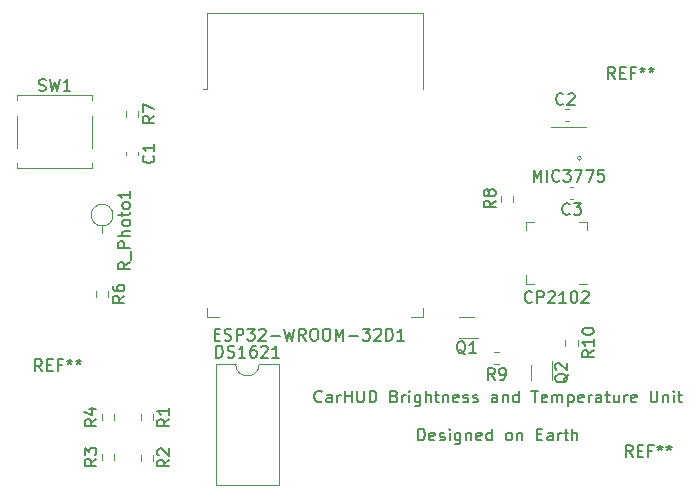
<source format=gbr>
%TF.GenerationSoftware,KiCad,Pcbnew,6.0.5-a6ca702e91~116~ubuntu20.04.1*%
%TF.CreationDate,2022-05-10T14:58:35-05:00*%
%TF.ProjectId,CarHUD,43617248-5544-42e6-9b69-6361645f7063,rev?*%
%TF.SameCoordinates,Original*%
%TF.FileFunction,Legend,Top*%
%TF.FilePolarity,Positive*%
%FSLAX46Y46*%
G04 Gerber Fmt 4.6, Leading zero omitted, Abs format (unit mm)*
G04 Created by KiCad (PCBNEW 6.0.5-a6ca702e91~116~ubuntu20.04.1) date 2022-05-10 14:58:35*
%MOMM*%
%LPD*%
G01*
G04 APERTURE LIST*
%ADD10C,0.150000*%
%ADD11C,0.120000*%
G04 APERTURE END LIST*
D10*
X98095238Y-78747142D02*
X98047619Y-78794761D01*
X97904761Y-78842380D01*
X97809523Y-78842380D01*
X97666666Y-78794761D01*
X97571428Y-78699523D01*
X97523809Y-78604285D01*
X97476190Y-78413809D01*
X97476190Y-78270952D01*
X97523809Y-78080476D01*
X97571428Y-77985238D01*
X97666666Y-77890000D01*
X97809523Y-77842380D01*
X97904761Y-77842380D01*
X98047619Y-77890000D01*
X98095238Y-77937619D01*
X98952380Y-78842380D02*
X98952380Y-78318571D01*
X98904761Y-78223333D01*
X98809523Y-78175714D01*
X98619047Y-78175714D01*
X98523809Y-78223333D01*
X98952380Y-78794761D02*
X98857142Y-78842380D01*
X98619047Y-78842380D01*
X98523809Y-78794761D01*
X98476190Y-78699523D01*
X98476190Y-78604285D01*
X98523809Y-78509047D01*
X98619047Y-78461428D01*
X98857142Y-78461428D01*
X98952380Y-78413809D01*
X99428571Y-78842380D02*
X99428571Y-78175714D01*
X99428571Y-78366190D02*
X99476190Y-78270952D01*
X99523809Y-78223333D01*
X99619047Y-78175714D01*
X99714285Y-78175714D01*
X100047619Y-78842380D02*
X100047619Y-77842380D01*
X100047619Y-78318571D02*
X100619047Y-78318571D01*
X100619047Y-78842380D02*
X100619047Y-77842380D01*
X101095238Y-77842380D02*
X101095238Y-78651904D01*
X101142857Y-78747142D01*
X101190476Y-78794761D01*
X101285714Y-78842380D01*
X101476190Y-78842380D01*
X101571428Y-78794761D01*
X101619047Y-78747142D01*
X101666666Y-78651904D01*
X101666666Y-77842380D01*
X102142857Y-78842380D02*
X102142857Y-77842380D01*
X102380952Y-77842380D01*
X102523809Y-77890000D01*
X102619047Y-77985238D01*
X102666666Y-78080476D01*
X102714285Y-78270952D01*
X102714285Y-78413809D01*
X102666666Y-78604285D01*
X102619047Y-78699523D01*
X102523809Y-78794761D01*
X102380952Y-78842380D01*
X102142857Y-78842380D01*
X104238095Y-78318571D02*
X104380952Y-78366190D01*
X104428571Y-78413809D01*
X104476190Y-78509047D01*
X104476190Y-78651904D01*
X104428571Y-78747142D01*
X104380952Y-78794761D01*
X104285714Y-78842380D01*
X103904761Y-78842380D01*
X103904761Y-77842380D01*
X104238095Y-77842380D01*
X104333333Y-77890000D01*
X104380952Y-77937619D01*
X104428571Y-78032857D01*
X104428571Y-78128095D01*
X104380952Y-78223333D01*
X104333333Y-78270952D01*
X104238095Y-78318571D01*
X103904761Y-78318571D01*
X104904761Y-78842380D02*
X104904761Y-78175714D01*
X104904761Y-78366190D02*
X104952380Y-78270952D01*
X105000000Y-78223333D01*
X105095238Y-78175714D01*
X105190476Y-78175714D01*
X105523809Y-78842380D02*
X105523809Y-78175714D01*
X105523809Y-77842380D02*
X105476190Y-77890000D01*
X105523809Y-77937619D01*
X105571428Y-77890000D01*
X105523809Y-77842380D01*
X105523809Y-77937619D01*
X106428571Y-78175714D02*
X106428571Y-78985238D01*
X106380952Y-79080476D01*
X106333333Y-79128095D01*
X106238095Y-79175714D01*
X106095238Y-79175714D01*
X106000000Y-79128095D01*
X106428571Y-78794761D02*
X106333333Y-78842380D01*
X106142857Y-78842380D01*
X106047619Y-78794761D01*
X106000000Y-78747142D01*
X105952380Y-78651904D01*
X105952380Y-78366190D01*
X106000000Y-78270952D01*
X106047619Y-78223333D01*
X106142857Y-78175714D01*
X106333333Y-78175714D01*
X106428571Y-78223333D01*
X106904761Y-78842380D02*
X106904761Y-77842380D01*
X107333333Y-78842380D02*
X107333333Y-78318571D01*
X107285714Y-78223333D01*
X107190476Y-78175714D01*
X107047619Y-78175714D01*
X106952380Y-78223333D01*
X106904761Y-78270952D01*
X107666666Y-78175714D02*
X108047619Y-78175714D01*
X107809523Y-77842380D02*
X107809523Y-78699523D01*
X107857142Y-78794761D01*
X107952380Y-78842380D01*
X108047619Y-78842380D01*
X108380952Y-78175714D02*
X108380952Y-78842380D01*
X108380952Y-78270952D02*
X108428571Y-78223333D01*
X108523809Y-78175714D01*
X108666666Y-78175714D01*
X108761904Y-78223333D01*
X108809523Y-78318571D01*
X108809523Y-78842380D01*
X109666666Y-78794761D02*
X109571428Y-78842380D01*
X109380952Y-78842380D01*
X109285714Y-78794761D01*
X109238095Y-78699523D01*
X109238095Y-78318571D01*
X109285714Y-78223333D01*
X109380952Y-78175714D01*
X109571428Y-78175714D01*
X109666666Y-78223333D01*
X109714285Y-78318571D01*
X109714285Y-78413809D01*
X109238095Y-78509047D01*
X110095238Y-78794761D02*
X110190476Y-78842380D01*
X110380952Y-78842380D01*
X110476190Y-78794761D01*
X110523809Y-78699523D01*
X110523809Y-78651904D01*
X110476190Y-78556666D01*
X110380952Y-78509047D01*
X110238095Y-78509047D01*
X110142857Y-78461428D01*
X110095238Y-78366190D01*
X110095238Y-78318571D01*
X110142857Y-78223333D01*
X110238095Y-78175714D01*
X110380952Y-78175714D01*
X110476190Y-78223333D01*
X110904761Y-78794761D02*
X111000000Y-78842380D01*
X111190476Y-78842380D01*
X111285714Y-78794761D01*
X111333333Y-78699523D01*
X111333333Y-78651904D01*
X111285714Y-78556666D01*
X111190476Y-78509047D01*
X111047619Y-78509047D01*
X110952380Y-78461428D01*
X110904761Y-78366190D01*
X110904761Y-78318571D01*
X110952380Y-78223333D01*
X111047619Y-78175714D01*
X111190476Y-78175714D01*
X111285714Y-78223333D01*
X112952380Y-78842380D02*
X112952380Y-78318571D01*
X112904761Y-78223333D01*
X112809523Y-78175714D01*
X112619047Y-78175714D01*
X112523809Y-78223333D01*
X112952380Y-78794761D02*
X112857142Y-78842380D01*
X112619047Y-78842380D01*
X112523809Y-78794761D01*
X112476190Y-78699523D01*
X112476190Y-78604285D01*
X112523809Y-78509047D01*
X112619047Y-78461428D01*
X112857142Y-78461428D01*
X112952380Y-78413809D01*
X113428571Y-78175714D02*
X113428571Y-78842380D01*
X113428571Y-78270952D02*
X113476190Y-78223333D01*
X113571428Y-78175714D01*
X113714285Y-78175714D01*
X113809523Y-78223333D01*
X113857142Y-78318571D01*
X113857142Y-78842380D01*
X114761904Y-78842380D02*
X114761904Y-77842380D01*
X114761904Y-78794761D02*
X114666666Y-78842380D01*
X114476190Y-78842380D01*
X114380952Y-78794761D01*
X114333333Y-78747142D01*
X114285714Y-78651904D01*
X114285714Y-78366190D01*
X114333333Y-78270952D01*
X114380952Y-78223333D01*
X114476190Y-78175714D01*
X114666666Y-78175714D01*
X114761904Y-78223333D01*
X115857142Y-77842380D02*
X116428571Y-77842380D01*
X116142857Y-78842380D02*
X116142857Y-77842380D01*
X117142857Y-78794761D02*
X117047619Y-78842380D01*
X116857142Y-78842380D01*
X116761904Y-78794761D01*
X116714285Y-78699523D01*
X116714285Y-78318571D01*
X116761904Y-78223333D01*
X116857142Y-78175714D01*
X117047619Y-78175714D01*
X117142857Y-78223333D01*
X117190476Y-78318571D01*
X117190476Y-78413809D01*
X116714285Y-78509047D01*
X117619047Y-78842380D02*
X117619047Y-78175714D01*
X117619047Y-78270952D02*
X117666666Y-78223333D01*
X117761904Y-78175714D01*
X117904761Y-78175714D01*
X118000000Y-78223333D01*
X118047619Y-78318571D01*
X118047619Y-78842380D01*
X118047619Y-78318571D02*
X118095238Y-78223333D01*
X118190476Y-78175714D01*
X118333333Y-78175714D01*
X118428571Y-78223333D01*
X118476190Y-78318571D01*
X118476190Y-78842380D01*
X118952380Y-78175714D02*
X118952380Y-79175714D01*
X118952380Y-78223333D02*
X119047619Y-78175714D01*
X119238095Y-78175714D01*
X119333333Y-78223333D01*
X119380952Y-78270952D01*
X119428571Y-78366190D01*
X119428571Y-78651904D01*
X119380952Y-78747142D01*
X119333333Y-78794761D01*
X119238095Y-78842380D01*
X119047619Y-78842380D01*
X118952380Y-78794761D01*
X120238095Y-78794761D02*
X120142857Y-78842380D01*
X119952380Y-78842380D01*
X119857142Y-78794761D01*
X119809523Y-78699523D01*
X119809523Y-78318571D01*
X119857142Y-78223333D01*
X119952380Y-78175714D01*
X120142857Y-78175714D01*
X120238095Y-78223333D01*
X120285714Y-78318571D01*
X120285714Y-78413809D01*
X119809523Y-78509047D01*
X120714285Y-78842380D02*
X120714285Y-78175714D01*
X120714285Y-78366190D02*
X120761904Y-78270952D01*
X120809523Y-78223333D01*
X120904761Y-78175714D01*
X120999999Y-78175714D01*
X121761904Y-78842380D02*
X121761904Y-78318571D01*
X121714285Y-78223333D01*
X121619047Y-78175714D01*
X121428571Y-78175714D01*
X121333333Y-78223333D01*
X121761904Y-78794761D02*
X121666666Y-78842380D01*
X121428571Y-78842380D01*
X121333333Y-78794761D01*
X121285714Y-78699523D01*
X121285714Y-78604285D01*
X121333333Y-78509047D01*
X121428571Y-78461428D01*
X121666666Y-78461428D01*
X121761904Y-78413809D01*
X122095238Y-78175714D02*
X122476190Y-78175714D01*
X122238095Y-77842380D02*
X122238095Y-78699523D01*
X122285714Y-78794761D01*
X122380952Y-78842380D01*
X122476190Y-78842380D01*
X123238095Y-78175714D02*
X123238095Y-78842380D01*
X122809523Y-78175714D02*
X122809523Y-78699523D01*
X122857142Y-78794761D01*
X122952380Y-78842380D01*
X123095238Y-78842380D01*
X123190476Y-78794761D01*
X123238095Y-78747142D01*
X123714285Y-78842380D02*
X123714285Y-78175714D01*
X123714285Y-78366190D02*
X123761904Y-78270952D01*
X123809523Y-78223333D01*
X123904761Y-78175714D01*
X123999999Y-78175714D01*
X124714285Y-78794761D02*
X124619047Y-78842380D01*
X124428571Y-78842380D01*
X124333333Y-78794761D01*
X124285714Y-78699523D01*
X124285714Y-78318571D01*
X124333333Y-78223333D01*
X124428571Y-78175714D01*
X124619047Y-78175714D01*
X124714285Y-78223333D01*
X124761904Y-78318571D01*
X124761904Y-78413809D01*
X124285714Y-78509047D01*
X125952380Y-77842380D02*
X125952380Y-78651904D01*
X125999999Y-78747142D01*
X126047619Y-78794761D01*
X126142857Y-78842380D01*
X126333333Y-78842380D01*
X126428571Y-78794761D01*
X126476190Y-78747142D01*
X126523809Y-78651904D01*
X126523809Y-77842380D01*
X126999999Y-78175714D02*
X126999999Y-78842380D01*
X126999999Y-78270952D02*
X127047619Y-78223333D01*
X127142857Y-78175714D01*
X127285714Y-78175714D01*
X127380952Y-78223333D01*
X127428571Y-78318571D01*
X127428571Y-78842380D01*
X127904761Y-78842380D02*
X127904761Y-78175714D01*
X127904761Y-77842380D02*
X127857142Y-77890000D01*
X127904761Y-77937619D01*
X127952380Y-77890000D01*
X127904761Y-77842380D01*
X127904761Y-77937619D01*
X128238095Y-78175714D02*
X128619047Y-78175714D01*
X128380952Y-77842380D02*
X128380952Y-78699523D01*
X128428571Y-78794761D01*
X128523809Y-78842380D01*
X128619047Y-78842380D01*
X106261904Y-82062380D02*
X106261904Y-81062380D01*
X106500000Y-81062380D01*
X106642857Y-81110000D01*
X106738095Y-81205238D01*
X106785714Y-81300476D01*
X106833333Y-81490952D01*
X106833333Y-81633809D01*
X106785714Y-81824285D01*
X106738095Y-81919523D01*
X106642857Y-82014761D01*
X106500000Y-82062380D01*
X106261904Y-82062380D01*
X107642857Y-82014761D02*
X107547619Y-82062380D01*
X107357142Y-82062380D01*
X107261904Y-82014761D01*
X107214285Y-81919523D01*
X107214285Y-81538571D01*
X107261904Y-81443333D01*
X107357142Y-81395714D01*
X107547619Y-81395714D01*
X107642857Y-81443333D01*
X107690476Y-81538571D01*
X107690476Y-81633809D01*
X107214285Y-81729047D01*
X108071428Y-82014761D02*
X108166666Y-82062380D01*
X108357142Y-82062380D01*
X108452380Y-82014761D01*
X108500000Y-81919523D01*
X108500000Y-81871904D01*
X108452380Y-81776666D01*
X108357142Y-81729047D01*
X108214285Y-81729047D01*
X108119047Y-81681428D01*
X108071428Y-81586190D01*
X108071428Y-81538571D01*
X108119047Y-81443333D01*
X108214285Y-81395714D01*
X108357142Y-81395714D01*
X108452380Y-81443333D01*
X108928571Y-82062380D02*
X108928571Y-81395714D01*
X108928571Y-81062380D02*
X108880952Y-81110000D01*
X108928571Y-81157619D01*
X108976190Y-81110000D01*
X108928571Y-81062380D01*
X108928571Y-81157619D01*
X109833333Y-81395714D02*
X109833333Y-82205238D01*
X109785714Y-82300476D01*
X109738095Y-82348095D01*
X109642857Y-82395714D01*
X109500000Y-82395714D01*
X109404761Y-82348095D01*
X109833333Y-82014761D02*
X109738095Y-82062380D01*
X109547619Y-82062380D01*
X109452380Y-82014761D01*
X109404761Y-81967142D01*
X109357142Y-81871904D01*
X109357142Y-81586190D01*
X109404761Y-81490952D01*
X109452380Y-81443333D01*
X109547619Y-81395714D01*
X109738095Y-81395714D01*
X109833333Y-81443333D01*
X110309523Y-81395714D02*
X110309523Y-82062380D01*
X110309523Y-81490952D02*
X110357142Y-81443333D01*
X110452380Y-81395714D01*
X110595238Y-81395714D01*
X110690476Y-81443333D01*
X110738095Y-81538571D01*
X110738095Y-82062380D01*
X111595238Y-82014761D02*
X111500000Y-82062380D01*
X111309523Y-82062380D01*
X111214285Y-82014761D01*
X111166666Y-81919523D01*
X111166666Y-81538571D01*
X111214285Y-81443333D01*
X111309523Y-81395714D01*
X111500000Y-81395714D01*
X111595238Y-81443333D01*
X111642857Y-81538571D01*
X111642857Y-81633809D01*
X111166666Y-81729047D01*
X112500000Y-82062380D02*
X112500000Y-81062380D01*
X112500000Y-82014761D02*
X112404761Y-82062380D01*
X112214285Y-82062380D01*
X112119047Y-82014761D01*
X112071428Y-81967142D01*
X112023809Y-81871904D01*
X112023809Y-81586190D01*
X112071428Y-81490952D01*
X112119047Y-81443333D01*
X112214285Y-81395714D01*
X112404761Y-81395714D01*
X112500000Y-81443333D01*
X113880952Y-82062380D02*
X113785714Y-82014761D01*
X113738095Y-81967142D01*
X113690476Y-81871904D01*
X113690476Y-81586190D01*
X113738095Y-81490952D01*
X113785714Y-81443333D01*
X113880952Y-81395714D01*
X114023809Y-81395714D01*
X114119047Y-81443333D01*
X114166666Y-81490952D01*
X114214285Y-81586190D01*
X114214285Y-81871904D01*
X114166666Y-81967142D01*
X114119047Y-82014761D01*
X114023809Y-82062380D01*
X113880952Y-82062380D01*
X114642857Y-81395714D02*
X114642857Y-82062380D01*
X114642857Y-81490952D02*
X114690476Y-81443333D01*
X114785714Y-81395714D01*
X114928571Y-81395714D01*
X115023809Y-81443333D01*
X115071428Y-81538571D01*
X115071428Y-82062380D01*
X116309523Y-81538571D02*
X116642857Y-81538571D01*
X116785714Y-82062380D02*
X116309523Y-82062380D01*
X116309523Y-81062380D01*
X116785714Y-81062380D01*
X117642857Y-82062380D02*
X117642857Y-81538571D01*
X117595238Y-81443333D01*
X117500000Y-81395714D01*
X117309523Y-81395714D01*
X117214285Y-81443333D01*
X117642857Y-82014761D02*
X117547619Y-82062380D01*
X117309523Y-82062380D01*
X117214285Y-82014761D01*
X117166666Y-81919523D01*
X117166666Y-81824285D01*
X117214285Y-81729047D01*
X117309523Y-81681428D01*
X117547619Y-81681428D01*
X117642857Y-81633809D01*
X118119047Y-82062380D02*
X118119047Y-81395714D01*
X118119047Y-81586190D02*
X118166666Y-81490952D01*
X118214285Y-81443333D01*
X118309523Y-81395714D01*
X118404761Y-81395714D01*
X118595238Y-81395714D02*
X118976190Y-81395714D01*
X118738095Y-81062380D02*
X118738095Y-81919523D01*
X118785714Y-82014761D01*
X118880952Y-82062380D01*
X118976190Y-82062380D01*
X119309523Y-82062380D02*
X119309523Y-81062380D01*
X119738095Y-82062380D02*
X119738095Y-81538571D01*
X119690476Y-81443333D01*
X119595238Y-81395714D01*
X119452380Y-81395714D01*
X119357142Y-81443333D01*
X119309523Y-81490952D01*
%TO.C,REF\u002A\u002A*%
X124416666Y-83452380D02*
X124083333Y-82976190D01*
X123845238Y-83452380D02*
X123845238Y-82452380D01*
X124226190Y-82452380D01*
X124321428Y-82500000D01*
X124369047Y-82547619D01*
X124416666Y-82642857D01*
X124416666Y-82785714D01*
X124369047Y-82880952D01*
X124321428Y-82928571D01*
X124226190Y-82976190D01*
X123845238Y-82976190D01*
X124845238Y-82928571D02*
X125178571Y-82928571D01*
X125321428Y-83452380D02*
X124845238Y-83452380D01*
X124845238Y-82452380D01*
X125321428Y-82452380D01*
X126083333Y-82928571D02*
X125750000Y-82928571D01*
X125750000Y-83452380D02*
X125750000Y-82452380D01*
X126226190Y-82452380D01*
X126750000Y-82452380D02*
X126750000Y-82690476D01*
X126511904Y-82595238D02*
X126750000Y-82690476D01*
X126988095Y-82595238D01*
X126607142Y-82880952D02*
X126750000Y-82690476D01*
X126892857Y-82880952D01*
X127511904Y-82452380D02*
X127511904Y-82690476D01*
X127273809Y-82595238D02*
X127511904Y-82690476D01*
X127750000Y-82595238D01*
X127369047Y-82880952D02*
X127511904Y-82690476D01*
X127654761Y-82880952D01*
X74416666Y-76202380D02*
X74083333Y-75726190D01*
X73845238Y-76202380D02*
X73845238Y-75202380D01*
X74226190Y-75202380D01*
X74321428Y-75250000D01*
X74369047Y-75297619D01*
X74416666Y-75392857D01*
X74416666Y-75535714D01*
X74369047Y-75630952D01*
X74321428Y-75678571D01*
X74226190Y-75726190D01*
X73845238Y-75726190D01*
X74845238Y-75678571D02*
X75178571Y-75678571D01*
X75321428Y-76202380D02*
X74845238Y-76202380D01*
X74845238Y-75202380D01*
X75321428Y-75202380D01*
X76083333Y-75678571D02*
X75750000Y-75678571D01*
X75750000Y-76202380D02*
X75750000Y-75202380D01*
X76226190Y-75202380D01*
X76750000Y-75202380D02*
X76750000Y-75440476D01*
X76511904Y-75345238D02*
X76750000Y-75440476D01*
X76988095Y-75345238D01*
X76607142Y-75630952D02*
X76750000Y-75440476D01*
X76892857Y-75630952D01*
X77511904Y-75202380D02*
X77511904Y-75440476D01*
X77273809Y-75345238D02*
X77511904Y-75440476D01*
X77750000Y-75345238D01*
X77369047Y-75630952D02*
X77511904Y-75440476D01*
X77654761Y-75630952D01*
X122916666Y-51452380D02*
X122583333Y-50976190D01*
X122345238Y-51452380D02*
X122345238Y-50452380D01*
X122726190Y-50452380D01*
X122821428Y-50500000D01*
X122869047Y-50547619D01*
X122916666Y-50642857D01*
X122916666Y-50785714D01*
X122869047Y-50880952D01*
X122821428Y-50928571D01*
X122726190Y-50976190D01*
X122345238Y-50976190D01*
X123345238Y-50928571D02*
X123678571Y-50928571D01*
X123821428Y-51452380D02*
X123345238Y-51452380D01*
X123345238Y-50452380D01*
X123821428Y-50452380D01*
X124583333Y-50928571D02*
X124250000Y-50928571D01*
X124250000Y-51452380D02*
X124250000Y-50452380D01*
X124726190Y-50452380D01*
X125250000Y-50452380D02*
X125250000Y-50690476D01*
X125011904Y-50595238D02*
X125250000Y-50690476D01*
X125488095Y-50595238D01*
X125107142Y-50880952D02*
X125250000Y-50690476D01*
X125392857Y-50880952D01*
X126011904Y-50452380D02*
X126011904Y-50690476D01*
X125773809Y-50595238D02*
X126011904Y-50690476D01*
X126250000Y-50595238D01*
X125869047Y-50880952D02*
X126011904Y-50690476D01*
X126154761Y-50880952D01*
%TO.C,R2*%
X85183380Y-83690666D02*
X84707190Y-84024000D01*
X85183380Y-84262095D02*
X84183380Y-84262095D01*
X84183380Y-83881142D01*
X84231000Y-83785904D01*
X84278619Y-83738285D01*
X84373857Y-83690666D01*
X84516714Y-83690666D01*
X84611952Y-83738285D01*
X84659571Y-83785904D01*
X84707190Y-83881142D01*
X84707190Y-84262095D01*
X84278619Y-83309714D02*
X84231000Y-83262095D01*
X84183380Y-83166857D01*
X84183380Y-82928761D01*
X84231000Y-82833523D01*
X84278619Y-82785904D01*
X84373857Y-82738285D01*
X84469095Y-82738285D01*
X84611952Y-82785904D01*
X85183380Y-83357333D01*
X85183380Y-82738285D01*
%TO.C,Q2*%
X118960619Y-76422238D02*
X118913000Y-76517476D01*
X118817761Y-76612714D01*
X118674904Y-76755571D01*
X118627285Y-76850809D01*
X118627285Y-76946047D01*
X118865380Y-76898428D02*
X118817761Y-76993666D01*
X118722523Y-77088904D01*
X118532047Y-77136523D01*
X118198714Y-77136523D01*
X118008238Y-77088904D01*
X117913000Y-76993666D01*
X117865380Y-76898428D01*
X117865380Y-76707952D01*
X117913000Y-76612714D01*
X118008238Y-76517476D01*
X118198714Y-76469857D01*
X118532047Y-76469857D01*
X118722523Y-76517476D01*
X118817761Y-76612714D01*
X118865380Y-76707952D01*
X118865380Y-76898428D01*
X117960619Y-76088904D02*
X117913000Y-76041285D01*
X117865380Y-75946047D01*
X117865380Y-75707952D01*
X117913000Y-75612714D01*
X117960619Y-75565095D01*
X118055857Y-75517476D01*
X118151095Y-75517476D01*
X118293952Y-75565095D01*
X118865380Y-76136523D01*
X118865380Y-75517476D01*
%TO.C,R7*%
X83924380Y-54585666D02*
X83448190Y-54919000D01*
X83924380Y-55157095D02*
X82924380Y-55157095D01*
X82924380Y-54776142D01*
X82972000Y-54680904D01*
X83019619Y-54633285D01*
X83114857Y-54585666D01*
X83257714Y-54585666D01*
X83352952Y-54633285D01*
X83400571Y-54680904D01*
X83448190Y-54776142D01*
X83448190Y-55157095D01*
X82924380Y-54252333D02*
X82924380Y-53585666D01*
X83924380Y-54014238D01*
%TO.C,MIC3775*%
X116027809Y-60142380D02*
X116027809Y-59142380D01*
X116361142Y-59856666D01*
X116694476Y-59142380D01*
X116694476Y-60142380D01*
X117170666Y-60142380D02*
X117170666Y-59142380D01*
X118218285Y-60047142D02*
X118170666Y-60094761D01*
X118027809Y-60142380D01*
X117932571Y-60142380D01*
X117789714Y-60094761D01*
X117694476Y-59999523D01*
X117646857Y-59904285D01*
X117599238Y-59713809D01*
X117599238Y-59570952D01*
X117646857Y-59380476D01*
X117694476Y-59285238D01*
X117789714Y-59190000D01*
X117932571Y-59142380D01*
X118027809Y-59142380D01*
X118170666Y-59190000D01*
X118218285Y-59237619D01*
X118551619Y-59142380D02*
X119170666Y-59142380D01*
X118837333Y-59523333D01*
X118980190Y-59523333D01*
X119075428Y-59570952D01*
X119123047Y-59618571D01*
X119170666Y-59713809D01*
X119170666Y-59951904D01*
X119123047Y-60047142D01*
X119075428Y-60094761D01*
X118980190Y-60142380D01*
X118694476Y-60142380D01*
X118599238Y-60094761D01*
X118551619Y-60047142D01*
X119504000Y-59142380D02*
X120170666Y-59142380D01*
X119742095Y-60142380D01*
X120456380Y-59142380D02*
X121123047Y-59142380D01*
X120694476Y-60142380D01*
X121980190Y-59142380D02*
X121504000Y-59142380D01*
X121456380Y-59618571D01*
X121504000Y-59570952D01*
X121599238Y-59523333D01*
X121837333Y-59523333D01*
X121932571Y-59570952D01*
X121980190Y-59618571D01*
X122027809Y-59713809D01*
X122027809Y-59951904D01*
X121980190Y-60047142D01*
X121932571Y-60094761D01*
X121837333Y-60142380D01*
X121599238Y-60142380D01*
X121504000Y-60094761D01*
X121456380Y-60047142D01*
%TO.C,C3*%
X119086333Y-62857142D02*
X119038714Y-62904761D01*
X118895857Y-62952380D01*
X118800619Y-62952380D01*
X118657761Y-62904761D01*
X118562523Y-62809523D01*
X118514904Y-62714285D01*
X118467285Y-62523809D01*
X118467285Y-62380952D01*
X118514904Y-62190476D01*
X118562523Y-62095238D01*
X118657761Y-62000000D01*
X118800619Y-61952380D01*
X118895857Y-61952380D01*
X119038714Y-62000000D01*
X119086333Y-62047619D01*
X119419666Y-61952380D02*
X120038714Y-61952380D01*
X119705380Y-62333333D01*
X119848238Y-62333333D01*
X119943476Y-62380952D01*
X119991095Y-62428571D01*
X120038714Y-62523809D01*
X120038714Y-62761904D01*
X119991095Y-62857142D01*
X119943476Y-62904761D01*
X119848238Y-62952380D01*
X119562523Y-62952380D01*
X119467285Y-62904761D01*
X119419666Y-62857142D01*
%TO.C,R_Photo1*%
X81874380Y-66952476D02*
X81398190Y-67285809D01*
X81874380Y-67523904D02*
X80874380Y-67523904D01*
X80874380Y-67142952D01*
X80922000Y-67047714D01*
X80969619Y-67000095D01*
X81064857Y-66952476D01*
X81207714Y-66952476D01*
X81302952Y-67000095D01*
X81350571Y-67047714D01*
X81398190Y-67142952D01*
X81398190Y-67523904D01*
X81969619Y-66762000D02*
X81969619Y-66000095D01*
X81874380Y-65762000D02*
X80874380Y-65762000D01*
X80874380Y-65381047D01*
X80922000Y-65285809D01*
X80969619Y-65238190D01*
X81064857Y-65190571D01*
X81207714Y-65190571D01*
X81302952Y-65238190D01*
X81350571Y-65285809D01*
X81398190Y-65381047D01*
X81398190Y-65762000D01*
X81874380Y-64762000D02*
X80874380Y-64762000D01*
X81874380Y-64333428D02*
X81350571Y-64333428D01*
X81255333Y-64381047D01*
X81207714Y-64476285D01*
X81207714Y-64619142D01*
X81255333Y-64714380D01*
X81302952Y-64762000D01*
X81874380Y-63714380D02*
X81826761Y-63809619D01*
X81779142Y-63857238D01*
X81683904Y-63904857D01*
X81398190Y-63904857D01*
X81302952Y-63857238D01*
X81255333Y-63809619D01*
X81207714Y-63714380D01*
X81207714Y-63571523D01*
X81255333Y-63476285D01*
X81302952Y-63428666D01*
X81398190Y-63381047D01*
X81683904Y-63381047D01*
X81779142Y-63428666D01*
X81826761Y-63476285D01*
X81874380Y-63571523D01*
X81874380Y-63714380D01*
X81207714Y-63095333D02*
X81207714Y-62714380D01*
X80874380Y-62952476D02*
X81731523Y-62952476D01*
X81826761Y-62904857D01*
X81874380Y-62809619D01*
X81874380Y-62714380D01*
X81874380Y-62238190D02*
X81826761Y-62333428D01*
X81779142Y-62381047D01*
X81683904Y-62428666D01*
X81398190Y-62428666D01*
X81302952Y-62381047D01*
X81255333Y-62333428D01*
X81207714Y-62238190D01*
X81207714Y-62095333D01*
X81255333Y-62000095D01*
X81302952Y-61952476D01*
X81398190Y-61904857D01*
X81683904Y-61904857D01*
X81779142Y-61952476D01*
X81826761Y-62000095D01*
X81874380Y-62095333D01*
X81874380Y-62238190D01*
X81874380Y-60952476D02*
X81874380Y-61523904D01*
X81874380Y-61238190D02*
X80874380Y-61238190D01*
X81017238Y-61333428D01*
X81112476Y-61428666D01*
X81160095Y-61523904D01*
%TO.C,SW1*%
X74145666Y-52416761D02*
X74288523Y-52464380D01*
X74526619Y-52464380D01*
X74621857Y-52416761D01*
X74669476Y-52369142D01*
X74717095Y-52273904D01*
X74717095Y-52178666D01*
X74669476Y-52083428D01*
X74621857Y-52035809D01*
X74526619Y-51988190D01*
X74336142Y-51940571D01*
X74240904Y-51892952D01*
X74193285Y-51845333D01*
X74145666Y-51750095D01*
X74145666Y-51654857D01*
X74193285Y-51559619D01*
X74240904Y-51512000D01*
X74336142Y-51464380D01*
X74574238Y-51464380D01*
X74717095Y-51512000D01*
X75050428Y-51464380D02*
X75288523Y-52464380D01*
X75479000Y-51750095D01*
X75669476Y-52464380D01*
X75907571Y-51464380D01*
X76812333Y-52464380D02*
X76240904Y-52464380D01*
X76526619Y-52464380D02*
X76526619Y-51464380D01*
X76431380Y-51607238D01*
X76336142Y-51702476D01*
X76240904Y-51750095D01*
%TO.C,C2*%
X118564753Y-53570142D02*
X118517134Y-53617761D01*
X118374277Y-53665380D01*
X118279039Y-53665380D01*
X118136181Y-53617761D01*
X118040943Y-53522523D01*
X117993324Y-53427285D01*
X117945705Y-53236809D01*
X117945705Y-53093952D01*
X117993324Y-52903476D01*
X118040943Y-52808238D01*
X118136181Y-52713000D01*
X118279039Y-52665380D01*
X118374277Y-52665380D01*
X118517134Y-52713000D01*
X118564753Y-52760619D01*
X118945705Y-52760619D02*
X118993324Y-52713000D01*
X119088562Y-52665380D01*
X119326658Y-52665380D01*
X119421896Y-52713000D01*
X119469515Y-52760619D01*
X119517134Y-52855857D01*
X119517134Y-52951095D01*
X119469515Y-53093952D01*
X118898086Y-53665380D01*
X119517134Y-53665380D01*
%TO.C,C1*%
X83829142Y-57951666D02*
X83876761Y-57999285D01*
X83924380Y-58142142D01*
X83924380Y-58237380D01*
X83876761Y-58380238D01*
X83781523Y-58475476D01*
X83686285Y-58523095D01*
X83495809Y-58570714D01*
X83352952Y-58570714D01*
X83162476Y-58523095D01*
X83067238Y-58475476D01*
X82972000Y-58380238D01*
X82924380Y-58237380D01*
X82924380Y-58142142D01*
X82972000Y-57999285D01*
X83019619Y-57951666D01*
X83924380Y-56999285D02*
X83924380Y-57570714D01*
X83924380Y-57285000D02*
X82924380Y-57285000D01*
X83067238Y-57380238D01*
X83162476Y-57475476D01*
X83210095Y-57570714D01*
%TO.C,R8*%
X112814380Y-61761666D02*
X112338190Y-62095000D01*
X112814380Y-62333095D02*
X111814380Y-62333095D01*
X111814380Y-61952142D01*
X111862000Y-61856904D01*
X111909619Y-61809285D01*
X112004857Y-61761666D01*
X112147714Y-61761666D01*
X112242952Y-61809285D01*
X112290571Y-61856904D01*
X112338190Y-61952142D01*
X112338190Y-62333095D01*
X112242952Y-61190238D02*
X112195333Y-61285476D01*
X112147714Y-61333095D01*
X112052476Y-61380714D01*
X112004857Y-61380714D01*
X111909619Y-61333095D01*
X111862000Y-61285476D01*
X111814380Y-61190238D01*
X111814380Y-60999761D01*
X111862000Y-60904523D01*
X111909619Y-60856904D01*
X112004857Y-60809285D01*
X112052476Y-60809285D01*
X112147714Y-60856904D01*
X112195333Y-60904523D01*
X112242952Y-60999761D01*
X112242952Y-61190238D01*
X112290571Y-61285476D01*
X112338190Y-61333095D01*
X112433428Y-61380714D01*
X112623904Y-61380714D01*
X112719142Y-61333095D01*
X112766761Y-61285476D01*
X112814380Y-61190238D01*
X112814380Y-60999761D01*
X112766761Y-60904523D01*
X112719142Y-60856904D01*
X112623904Y-60809285D01*
X112433428Y-60809285D01*
X112338190Y-60856904D01*
X112290571Y-60904523D01*
X112242952Y-60999761D01*
%TO.C,R6*%
X81384380Y-69825666D02*
X80908190Y-70159000D01*
X81384380Y-70397095D02*
X80384380Y-70397095D01*
X80384380Y-70016142D01*
X80432000Y-69920904D01*
X80479619Y-69873285D01*
X80574857Y-69825666D01*
X80717714Y-69825666D01*
X80812952Y-69873285D01*
X80860571Y-69920904D01*
X80908190Y-70016142D01*
X80908190Y-70397095D01*
X80384380Y-68968523D02*
X80384380Y-69159000D01*
X80432000Y-69254238D01*
X80479619Y-69301857D01*
X80622476Y-69397095D01*
X80812952Y-69444714D01*
X81193904Y-69444714D01*
X81289142Y-69397095D01*
X81336761Y-69349476D01*
X81384380Y-69254238D01*
X81384380Y-69063761D01*
X81336761Y-68968523D01*
X81289142Y-68920904D01*
X81193904Y-68873285D01*
X80955809Y-68873285D01*
X80860571Y-68920904D01*
X80812952Y-68968523D01*
X80765333Y-69063761D01*
X80765333Y-69254238D01*
X80812952Y-69349476D01*
X80860571Y-69397095D01*
X80955809Y-69444714D01*
%TO.C,Q1*%
X110267761Y-74764619D02*
X110172523Y-74717000D01*
X110077285Y-74621761D01*
X109934428Y-74478904D01*
X109839190Y-74431285D01*
X109743952Y-74431285D01*
X109791571Y-74669380D02*
X109696333Y-74621761D01*
X109601095Y-74526523D01*
X109553476Y-74336047D01*
X109553476Y-74002714D01*
X109601095Y-73812238D01*
X109696333Y-73717000D01*
X109791571Y-73669380D01*
X109982047Y-73669380D01*
X110077285Y-73717000D01*
X110172523Y-73812238D01*
X110220142Y-74002714D01*
X110220142Y-74336047D01*
X110172523Y-74526523D01*
X110077285Y-74621761D01*
X109982047Y-74669380D01*
X109791571Y-74669380D01*
X111172523Y-74669380D02*
X110601095Y-74669380D01*
X110886809Y-74669380D02*
X110886809Y-73669380D01*
X110791571Y-73812238D01*
X110696333Y-73907476D01*
X110601095Y-73955095D01*
%TO.C,R3*%
X79021380Y-83626666D02*
X78545190Y-83960000D01*
X79021380Y-84198095D02*
X78021380Y-84198095D01*
X78021380Y-83817142D01*
X78069000Y-83721904D01*
X78116619Y-83674285D01*
X78211857Y-83626666D01*
X78354714Y-83626666D01*
X78449952Y-83674285D01*
X78497571Y-83721904D01*
X78545190Y-83817142D01*
X78545190Y-84198095D01*
X78021380Y-83293333D02*
X78021380Y-82674285D01*
X78402333Y-83007619D01*
X78402333Y-82864761D01*
X78449952Y-82769523D01*
X78497571Y-82721904D01*
X78592809Y-82674285D01*
X78830904Y-82674285D01*
X78926142Y-82721904D01*
X78973761Y-82769523D01*
X79021380Y-82864761D01*
X79021380Y-83150476D01*
X78973761Y-83245714D01*
X78926142Y-83293333D01*
%TO.C,DS1621*%
X89167142Y-75042380D02*
X89167142Y-74042380D01*
X89405238Y-74042380D01*
X89548095Y-74090000D01*
X89643333Y-74185238D01*
X89690952Y-74280476D01*
X89738571Y-74470952D01*
X89738571Y-74613809D01*
X89690952Y-74804285D01*
X89643333Y-74899523D01*
X89548095Y-74994761D01*
X89405238Y-75042380D01*
X89167142Y-75042380D01*
X90119523Y-74994761D02*
X90262380Y-75042380D01*
X90500476Y-75042380D01*
X90595714Y-74994761D01*
X90643333Y-74947142D01*
X90690952Y-74851904D01*
X90690952Y-74756666D01*
X90643333Y-74661428D01*
X90595714Y-74613809D01*
X90500476Y-74566190D01*
X90310000Y-74518571D01*
X90214761Y-74470952D01*
X90167142Y-74423333D01*
X90119523Y-74328095D01*
X90119523Y-74232857D01*
X90167142Y-74137619D01*
X90214761Y-74090000D01*
X90310000Y-74042380D01*
X90548095Y-74042380D01*
X90690952Y-74090000D01*
X91643333Y-75042380D02*
X91071904Y-75042380D01*
X91357619Y-75042380D02*
X91357619Y-74042380D01*
X91262380Y-74185238D01*
X91167142Y-74280476D01*
X91071904Y-74328095D01*
X92500476Y-74042380D02*
X92310000Y-74042380D01*
X92214761Y-74090000D01*
X92167142Y-74137619D01*
X92071904Y-74280476D01*
X92024285Y-74470952D01*
X92024285Y-74851904D01*
X92071904Y-74947142D01*
X92119523Y-74994761D01*
X92214761Y-75042380D01*
X92405238Y-75042380D01*
X92500476Y-74994761D01*
X92548095Y-74947142D01*
X92595714Y-74851904D01*
X92595714Y-74613809D01*
X92548095Y-74518571D01*
X92500476Y-74470952D01*
X92405238Y-74423333D01*
X92214761Y-74423333D01*
X92119523Y-74470952D01*
X92071904Y-74518571D01*
X92024285Y-74613809D01*
X92976666Y-74137619D02*
X93024285Y-74090000D01*
X93119523Y-74042380D01*
X93357619Y-74042380D01*
X93452857Y-74090000D01*
X93500476Y-74137619D01*
X93548095Y-74232857D01*
X93548095Y-74328095D01*
X93500476Y-74470952D01*
X92929047Y-75042380D01*
X93548095Y-75042380D01*
X94500476Y-75042380D02*
X93929047Y-75042380D01*
X94214761Y-75042380D02*
X94214761Y-74042380D01*
X94119523Y-74185238D01*
X94024285Y-74280476D01*
X93929047Y-74328095D01*
%TO.C,R1*%
X85183380Y-80261666D02*
X84707190Y-80595000D01*
X85183380Y-80833095D02*
X84183380Y-80833095D01*
X84183380Y-80452142D01*
X84231000Y-80356904D01*
X84278619Y-80309285D01*
X84373857Y-80261666D01*
X84516714Y-80261666D01*
X84611952Y-80309285D01*
X84659571Y-80356904D01*
X84707190Y-80452142D01*
X84707190Y-80833095D01*
X85183380Y-79309285D02*
X85183380Y-79880714D01*
X85183380Y-79595000D02*
X84183380Y-79595000D01*
X84326238Y-79690238D01*
X84421476Y-79785476D01*
X84469095Y-79880714D01*
%TO.C,R10*%
X121135380Y-74429857D02*
X120659190Y-74763190D01*
X121135380Y-75001285D02*
X120135380Y-75001285D01*
X120135380Y-74620333D01*
X120183000Y-74525095D01*
X120230619Y-74477476D01*
X120325857Y-74429857D01*
X120468714Y-74429857D01*
X120563952Y-74477476D01*
X120611571Y-74525095D01*
X120659190Y-74620333D01*
X120659190Y-75001285D01*
X121135380Y-73477476D02*
X121135380Y-74048904D01*
X121135380Y-73763190D02*
X120135380Y-73763190D01*
X120278238Y-73858428D01*
X120373476Y-73953666D01*
X120421095Y-74048904D01*
X120135380Y-72858428D02*
X120135380Y-72763190D01*
X120183000Y-72667952D01*
X120230619Y-72620333D01*
X120325857Y-72572714D01*
X120516333Y-72525095D01*
X120754428Y-72525095D01*
X120944904Y-72572714D01*
X121040142Y-72620333D01*
X121087761Y-72667952D01*
X121135380Y-72763190D01*
X121135380Y-72858428D01*
X121087761Y-72953666D01*
X121040142Y-73001285D01*
X120944904Y-73048904D01*
X120754428Y-73096523D01*
X120516333Y-73096523D01*
X120325857Y-73048904D01*
X120230619Y-73001285D01*
X120183000Y-72953666D01*
X120135380Y-72858428D01*
%TO.C,ESP32-WROOM-32D1*%
X89028000Y-73080571D02*
X89361333Y-73080571D01*
X89504190Y-73604380D02*
X89028000Y-73604380D01*
X89028000Y-72604380D01*
X89504190Y-72604380D01*
X89885142Y-73556761D02*
X90028000Y-73604380D01*
X90266095Y-73604380D01*
X90361333Y-73556761D01*
X90408952Y-73509142D01*
X90456571Y-73413904D01*
X90456571Y-73318666D01*
X90408952Y-73223428D01*
X90361333Y-73175809D01*
X90266095Y-73128190D01*
X90075619Y-73080571D01*
X89980380Y-73032952D01*
X89932761Y-72985333D01*
X89885142Y-72890095D01*
X89885142Y-72794857D01*
X89932761Y-72699619D01*
X89980380Y-72652000D01*
X90075619Y-72604380D01*
X90313714Y-72604380D01*
X90456571Y-72652000D01*
X90885142Y-73604380D02*
X90885142Y-72604380D01*
X91266095Y-72604380D01*
X91361333Y-72652000D01*
X91408952Y-72699619D01*
X91456571Y-72794857D01*
X91456571Y-72937714D01*
X91408952Y-73032952D01*
X91361333Y-73080571D01*
X91266095Y-73128190D01*
X90885142Y-73128190D01*
X91789904Y-72604380D02*
X92408952Y-72604380D01*
X92075619Y-72985333D01*
X92218476Y-72985333D01*
X92313714Y-73032952D01*
X92361333Y-73080571D01*
X92408952Y-73175809D01*
X92408952Y-73413904D01*
X92361333Y-73509142D01*
X92313714Y-73556761D01*
X92218476Y-73604380D01*
X91932761Y-73604380D01*
X91837523Y-73556761D01*
X91789904Y-73509142D01*
X92789904Y-72699619D02*
X92837523Y-72652000D01*
X92932761Y-72604380D01*
X93170857Y-72604380D01*
X93266095Y-72652000D01*
X93313714Y-72699619D01*
X93361333Y-72794857D01*
X93361333Y-72890095D01*
X93313714Y-73032952D01*
X92742285Y-73604380D01*
X93361333Y-73604380D01*
X93789904Y-73223428D02*
X94551809Y-73223428D01*
X94932761Y-72604380D02*
X95170857Y-73604380D01*
X95361333Y-72890095D01*
X95551809Y-73604380D01*
X95789904Y-72604380D01*
X96742285Y-73604380D02*
X96408952Y-73128190D01*
X96170857Y-73604380D02*
X96170857Y-72604380D01*
X96551809Y-72604380D01*
X96647047Y-72652000D01*
X96694666Y-72699619D01*
X96742285Y-72794857D01*
X96742285Y-72937714D01*
X96694666Y-73032952D01*
X96647047Y-73080571D01*
X96551809Y-73128190D01*
X96170857Y-73128190D01*
X97361333Y-72604380D02*
X97551809Y-72604380D01*
X97647047Y-72652000D01*
X97742285Y-72747238D01*
X97789904Y-72937714D01*
X97789904Y-73271047D01*
X97742285Y-73461523D01*
X97647047Y-73556761D01*
X97551809Y-73604380D01*
X97361333Y-73604380D01*
X97266095Y-73556761D01*
X97170857Y-73461523D01*
X97123238Y-73271047D01*
X97123238Y-72937714D01*
X97170857Y-72747238D01*
X97266095Y-72652000D01*
X97361333Y-72604380D01*
X98408952Y-72604380D02*
X98599428Y-72604380D01*
X98694666Y-72652000D01*
X98789904Y-72747238D01*
X98837523Y-72937714D01*
X98837523Y-73271047D01*
X98789904Y-73461523D01*
X98694666Y-73556761D01*
X98599428Y-73604380D01*
X98408952Y-73604380D01*
X98313714Y-73556761D01*
X98218476Y-73461523D01*
X98170857Y-73271047D01*
X98170857Y-72937714D01*
X98218476Y-72747238D01*
X98313714Y-72652000D01*
X98408952Y-72604380D01*
X99266095Y-73604380D02*
X99266095Y-72604380D01*
X99599428Y-73318666D01*
X99932761Y-72604380D01*
X99932761Y-73604380D01*
X100408952Y-73223428D02*
X101170857Y-73223428D01*
X101551809Y-72604380D02*
X102170857Y-72604380D01*
X101837523Y-72985333D01*
X101980380Y-72985333D01*
X102075619Y-73032952D01*
X102123238Y-73080571D01*
X102170857Y-73175809D01*
X102170857Y-73413904D01*
X102123238Y-73509142D01*
X102075619Y-73556761D01*
X101980380Y-73604380D01*
X101694666Y-73604380D01*
X101599428Y-73556761D01*
X101551809Y-73509142D01*
X102551809Y-72699619D02*
X102599428Y-72652000D01*
X102694666Y-72604380D01*
X102932761Y-72604380D01*
X103028000Y-72652000D01*
X103075619Y-72699619D01*
X103123238Y-72794857D01*
X103123238Y-72890095D01*
X103075619Y-73032952D01*
X102504190Y-73604380D01*
X103123238Y-73604380D01*
X103551809Y-73604380D02*
X103551809Y-72604380D01*
X103789904Y-72604380D01*
X103932761Y-72652000D01*
X104028000Y-72747238D01*
X104075619Y-72842476D01*
X104123238Y-73032952D01*
X104123238Y-73175809D01*
X104075619Y-73366285D01*
X104028000Y-73461523D01*
X103932761Y-73556761D01*
X103789904Y-73604380D01*
X103551809Y-73604380D01*
X105075619Y-73604380D02*
X104504190Y-73604380D01*
X104789904Y-73604380D02*
X104789904Y-72604380D01*
X104694666Y-72747238D01*
X104599428Y-72842476D01*
X104504190Y-72890095D01*
%TO.C,R4*%
X79021380Y-80261666D02*
X78545190Y-80595000D01*
X79021380Y-80833095D02*
X78021380Y-80833095D01*
X78021380Y-80452142D01*
X78069000Y-80356904D01*
X78116619Y-80309285D01*
X78211857Y-80261666D01*
X78354714Y-80261666D01*
X78449952Y-80309285D01*
X78497571Y-80356904D01*
X78545190Y-80452142D01*
X78545190Y-80833095D01*
X78354714Y-79404523D02*
X79021380Y-79404523D01*
X77973761Y-79642619D02*
X78688047Y-79880714D01*
X78688047Y-79261666D01*
%TO.C,CP2102*%
X115887761Y-70324142D02*
X115840142Y-70371761D01*
X115697285Y-70419380D01*
X115602047Y-70419380D01*
X115459190Y-70371761D01*
X115363952Y-70276523D01*
X115316333Y-70181285D01*
X115268714Y-69990809D01*
X115268714Y-69847952D01*
X115316333Y-69657476D01*
X115363952Y-69562238D01*
X115459190Y-69467000D01*
X115602047Y-69419380D01*
X115697285Y-69419380D01*
X115840142Y-69467000D01*
X115887761Y-69514619D01*
X116316333Y-70419380D02*
X116316333Y-69419380D01*
X116697285Y-69419380D01*
X116792523Y-69467000D01*
X116840142Y-69514619D01*
X116887761Y-69609857D01*
X116887761Y-69752714D01*
X116840142Y-69847952D01*
X116792523Y-69895571D01*
X116697285Y-69943190D01*
X116316333Y-69943190D01*
X117268714Y-69514619D02*
X117316333Y-69467000D01*
X117411571Y-69419380D01*
X117649666Y-69419380D01*
X117744904Y-69467000D01*
X117792523Y-69514619D01*
X117840142Y-69609857D01*
X117840142Y-69705095D01*
X117792523Y-69847952D01*
X117221095Y-70419380D01*
X117840142Y-70419380D01*
X118792523Y-70419380D02*
X118221095Y-70419380D01*
X118506809Y-70419380D02*
X118506809Y-69419380D01*
X118411571Y-69562238D01*
X118316333Y-69657476D01*
X118221095Y-69705095D01*
X119411571Y-69419380D02*
X119506809Y-69419380D01*
X119602047Y-69467000D01*
X119649666Y-69514619D01*
X119697285Y-69609857D01*
X119744904Y-69800333D01*
X119744904Y-70038428D01*
X119697285Y-70228904D01*
X119649666Y-70324142D01*
X119602047Y-70371761D01*
X119506809Y-70419380D01*
X119411571Y-70419380D01*
X119316333Y-70371761D01*
X119268714Y-70324142D01*
X119221095Y-70228904D01*
X119173476Y-70038428D01*
X119173476Y-69800333D01*
X119221095Y-69609857D01*
X119268714Y-69514619D01*
X119316333Y-69467000D01*
X119411571Y-69419380D01*
X120125857Y-69514619D02*
X120173476Y-69467000D01*
X120268714Y-69419380D01*
X120506809Y-69419380D01*
X120602047Y-69467000D01*
X120649666Y-69514619D01*
X120697285Y-69609857D01*
X120697285Y-69705095D01*
X120649666Y-69847952D01*
X120078238Y-70419380D01*
X120697285Y-70419380D01*
%TO.C,R9*%
X112736333Y-76939380D02*
X112403000Y-76463190D01*
X112164904Y-76939380D02*
X112164904Y-75939380D01*
X112545857Y-75939380D01*
X112641095Y-75987000D01*
X112688714Y-76034619D01*
X112736333Y-76129857D01*
X112736333Y-76272714D01*
X112688714Y-76367952D01*
X112641095Y-76415571D01*
X112545857Y-76463190D01*
X112164904Y-76463190D01*
X113212523Y-76939380D02*
X113403000Y-76939380D01*
X113498238Y-76891761D01*
X113545857Y-76844142D01*
X113641095Y-76701285D01*
X113688714Y-76510809D01*
X113688714Y-76129857D01*
X113641095Y-76034619D01*
X113593476Y-75987000D01*
X113498238Y-75939380D01*
X113307761Y-75939380D01*
X113212523Y-75987000D01*
X113164904Y-76034619D01*
X113117285Y-76129857D01*
X113117285Y-76367952D01*
X113164904Y-76463190D01*
X113212523Y-76510809D01*
X113307761Y-76558428D01*
X113498238Y-76558428D01*
X113593476Y-76510809D01*
X113641095Y-76463190D01*
X113688714Y-76367952D01*
D11*
%TO.C,R2*%
X83823500Y-83286742D02*
X83823500Y-83761258D01*
X82778500Y-83286742D02*
X82778500Y-83761258D01*
%TO.C,Q2*%
X115813000Y-76977000D02*
X115813000Y-75677000D01*
X117613000Y-75327000D02*
X117613000Y-76977000D01*
%TO.C,R7*%
X82564500Y-54181742D02*
X82564500Y-54656258D01*
X81519500Y-54181742D02*
X81519500Y-54656258D01*
%TO.C,MIC3775*%
X119004000Y-55512000D02*
X117504000Y-55512000D01*
X119004000Y-55512000D02*
X120504000Y-55512000D01*
X120067605Y-58166000D02*
G75*
G03*
X120067605Y-58166000I-179605J0D01*
G01*
%TO.C,C3*%
X119112420Y-61597000D02*
X119393580Y-61597000D01*
X119112420Y-60577000D02*
X119393580Y-60577000D01*
%TO.C,R_Photo1*%
X79502000Y-63912000D02*
X79502000Y-64532000D01*
X80422000Y-62992000D02*
G75*
G03*
X80422000Y-62992000I-920000J0D01*
G01*
%TO.C,SW1*%
X72329000Y-58562000D02*
X72329000Y-59012000D01*
X78629000Y-59012000D02*
X78629000Y-58612000D01*
X78629000Y-54562000D02*
X78629000Y-57262000D01*
X72329000Y-57262000D02*
X72329000Y-54562000D01*
X72329000Y-59012000D02*
X78629000Y-59012000D01*
X78629000Y-52812000D02*
X78629000Y-53262000D01*
X72329000Y-53262000D02*
X72329000Y-52812000D01*
X72329000Y-52812000D02*
X78629000Y-52812000D01*
%TO.C,C2*%
X119012580Y-54993000D02*
X118731420Y-54993000D01*
X119012580Y-53973000D02*
X118731420Y-53973000D01*
%TO.C,C1*%
X82552000Y-57644420D02*
X82552000Y-57925580D01*
X81532000Y-57644420D02*
X81532000Y-57925580D01*
%TO.C,R8*%
X113269500Y-61832258D02*
X113269500Y-61357742D01*
X114314500Y-61832258D02*
X114314500Y-61357742D01*
%TO.C,R6*%
X80024500Y-69421742D02*
X80024500Y-69896258D01*
X78979500Y-69421742D02*
X78979500Y-69896258D01*
%TO.C,Q1*%
X109713000Y-71617000D02*
X111013000Y-71617000D01*
X111363000Y-73417000D02*
X109713000Y-73417000D01*
%TO.C,R3*%
X79476500Y-83697258D02*
X79476500Y-83222742D01*
X80521500Y-83697258D02*
X80521500Y-83222742D01*
%TO.C,DS1621*%
X90810000Y-75590000D02*
X89160000Y-75590000D01*
X89160000Y-85870000D02*
X94460000Y-85870000D01*
X89160000Y-75590000D02*
X89160000Y-85870000D01*
X94460000Y-85870000D02*
X94460000Y-75590000D01*
X94460000Y-75590000D02*
X92810000Y-75590000D01*
X90810000Y-75590000D02*
G75*
G03*
X92810000Y-75590000I1000000J0D01*
G01*
%TO.C,R1*%
X83823500Y-79857742D02*
X83823500Y-80332258D01*
X82778500Y-79857742D02*
X82778500Y-80332258D01*
%TO.C,R10*%
X118730500Y-73549742D02*
X118730500Y-74024258D01*
X119775500Y-73549742D02*
X119775500Y-74024258D01*
%TO.C,ESP32-WROOM-32D1*%
X88400000Y-52270000D02*
X88020000Y-52270000D01*
X88400000Y-45850000D02*
X106640000Y-45850000D01*
X88400000Y-45850000D02*
X88400000Y-52270000D01*
X88400000Y-70815000D02*
X88400000Y-71595000D01*
X88400000Y-71595000D02*
X89400000Y-71595000D01*
X106640000Y-70815000D02*
X106640000Y-71595000D01*
X106640000Y-45850000D02*
X106640000Y-52270000D01*
X106640000Y-71595000D02*
X105640000Y-71595000D01*
%TO.C,R4*%
X79476500Y-80332258D02*
X79476500Y-79857742D01*
X80521500Y-80332258D02*
X80521500Y-79857742D01*
%TO.C,CP2102*%
X116098000Y-68777000D02*
X115373000Y-68777000D01*
X116098000Y-63557000D02*
X115373000Y-63557000D01*
X120593000Y-63557000D02*
X120593000Y-64282000D01*
X115373000Y-63557000D02*
X115373000Y-64282000D01*
X115373000Y-68777000D02*
X115373000Y-68052000D01*
X119868000Y-63557000D02*
X120593000Y-63557000D01*
X119868000Y-68777000D02*
X120593000Y-68777000D01*
%TO.C,R9*%
X113140258Y-75579500D02*
X112665742Y-75579500D01*
X113140258Y-74534500D02*
X112665742Y-74534500D01*
%TD*%
M02*

</source>
